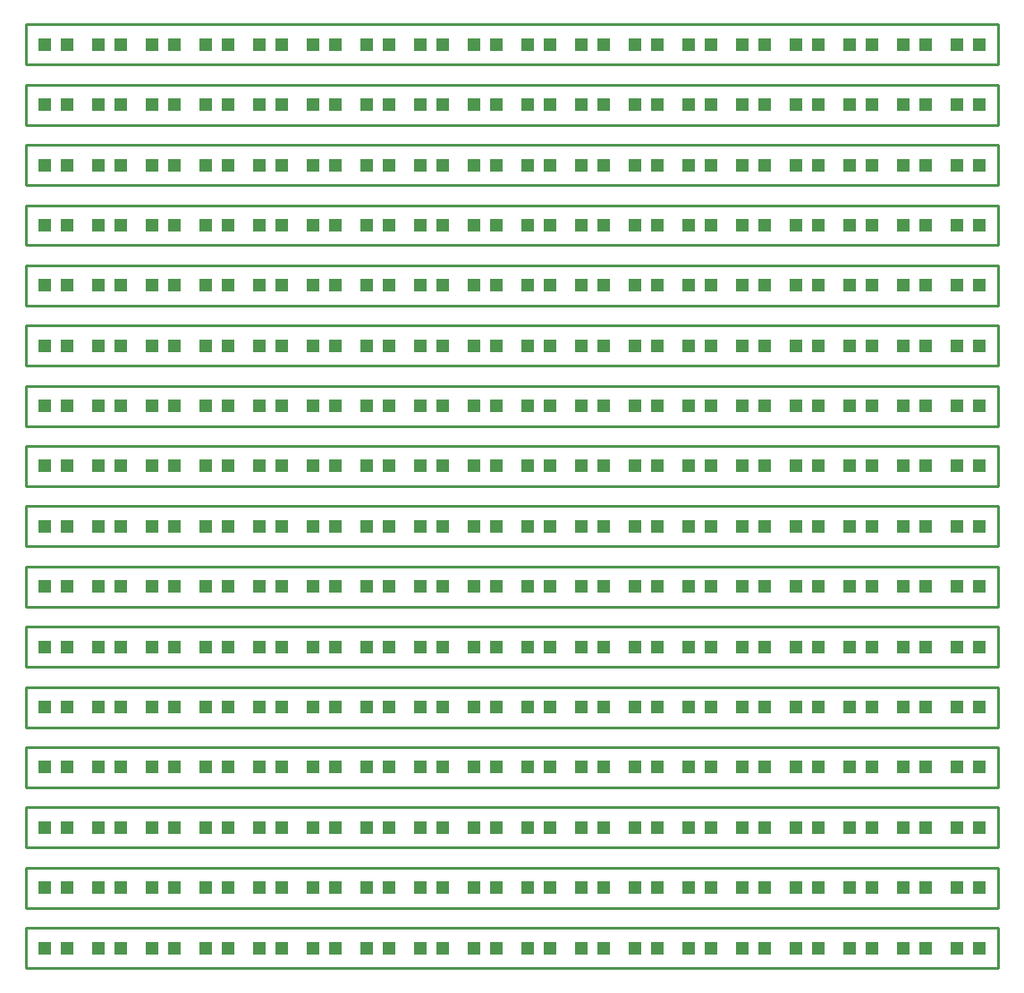
<source format=gtp>
G75*
G70*
%OFA0B0*%
%FSLAX25Y25*%
%IPPOS*%
%LPD*%
%AMOC8*
5,1,8,0,0,1.08239X$1,22.5*
%
%ADD11C,0.01000*%
%ADD18R,0.04720X0.04720*%
X0010000Y0010000D02*
G75*
%LPD*%
D11*
X0010000Y0010000D02*
X0010000Y0024960D01*
X0372500Y0024960D01*
X0372500Y0010000D01*
X0010000Y0010000D01*
D18*
X0017120Y0017500D03*
X0025380Y0017500D03*
X0037120Y0017500D03*
X0045380Y0017500D03*
X0057120Y0017500D03*
X0065380Y0017500D03*
X0077120Y0017500D03*
X0085380Y0017500D03*
X0097120Y0017500D03*
X0105380Y0017500D03*
X0117120Y0017500D03*
X0125380Y0017500D03*
X0137120Y0017500D03*
X0145380Y0017500D03*
X0157120Y0017500D03*
X0165380Y0017500D03*
X0177120Y0017500D03*
X0185380Y0017500D03*
X0197120Y0017500D03*
X0205380Y0017500D03*
X0217120Y0017500D03*
X0225380Y0017500D03*
X0237120Y0017500D03*
X0245380Y0017500D03*
X0257120Y0017500D03*
X0265380Y0017500D03*
X0277120Y0017500D03*
X0285380Y0017500D03*
X0297120Y0017500D03*
X0305380Y0017500D03*
X0317120Y0017500D03*
X0325380Y0017500D03*
X0337120Y0017500D03*
X0345380Y0017500D03*
X0357120Y0017500D03*
X0365380Y0017500D03*
X0010000Y0032460D02*
G75*
%LPD*%
D11*
X0010000Y0032460D02*
X0010000Y0047420D01*
X0372500Y0047420D01*
X0372500Y0032460D01*
X0010000Y0032460D01*
D18*
X0017120Y0039960D03*
X0025380Y0039960D03*
X0037120Y0039960D03*
X0045380Y0039960D03*
X0057120Y0039960D03*
X0065380Y0039960D03*
X0077120Y0039960D03*
X0085380Y0039960D03*
X0097120Y0039960D03*
X0105380Y0039960D03*
X0117120Y0039960D03*
X0125380Y0039960D03*
X0137120Y0039960D03*
X0145380Y0039960D03*
X0157120Y0039960D03*
X0165380Y0039960D03*
X0177120Y0039960D03*
X0185380Y0039960D03*
X0197120Y0039960D03*
X0205380Y0039960D03*
X0217120Y0039960D03*
X0225380Y0039960D03*
X0237120Y0039960D03*
X0245380Y0039960D03*
X0257120Y0039960D03*
X0265380Y0039960D03*
X0277120Y0039960D03*
X0285380Y0039960D03*
X0297120Y0039960D03*
X0305380Y0039960D03*
X0317120Y0039960D03*
X0325380Y0039960D03*
X0337120Y0039960D03*
X0345380Y0039960D03*
X0357120Y0039960D03*
X0365380Y0039960D03*
X0010000Y0054920D02*
G75*
%LPD*%
D11*
X0010000Y0054920D02*
X0010000Y0069880D01*
X0372500Y0069880D01*
X0372500Y0054920D01*
X0010000Y0054920D01*
D18*
X0017120Y0062420D03*
X0025380Y0062420D03*
X0037120Y0062420D03*
X0045380Y0062420D03*
X0057120Y0062420D03*
X0065380Y0062420D03*
X0077120Y0062420D03*
X0085380Y0062420D03*
X0097120Y0062420D03*
X0105380Y0062420D03*
X0117120Y0062420D03*
X0125380Y0062420D03*
X0137120Y0062420D03*
X0145380Y0062420D03*
X0157120Y0062420D03*
X0165380Y0062420D03*
X0177120Y0062420D03*
X0185380Y0062420D03*
X0197120Y0062420D03*
X0205380Y0062420D03*
X0217120Y0062420D03*
X0225380Y0062420D03*
X0237120Y0062420D03*
X0245380Y0062420D03*
X0257120Y0062420D03*
X0265380Y0062420D03*
X0277120Y0062420D03*
X0285380Y0062420D03*
X0297120Y0062420D03*
X0305380Y0062420D03*
X0317120Y0062420D03*
X0325380Y0062420D03*
X0337120Y0062420D03*
X0345380Y0062420D03*
X0357120Y0062420D03*
X0365380Y0062420D03*
X0010000Y0077380D02*
G75*
%LPD*%
D11*
X0010000Y0077380D02*
X0010000Y0092340D01*
X0372500Y0092340D01*
X0372500Y0077380D01*
X0010000Y0077380D01*
D18*
X0017120Y0084880D03*
X0025380Y0084880D03*
X0037120Y0084880D03*
X0045380Y0084880D03*
X0057120Y0084880D03*
X0065380Y0084880D03*
X0077120Y0084880D03*
X0085380Y0084880D03*
X0097120Y0084880D03*
X0105380Y0084880D03*
X0117120Y0084880D03*
X0125380Y0084880D03*
X0137120Y0084880D03*
X0145380Y0084880D03*
X0157120Y0084880D03*
X0165380Y0084880D03*
X0177120Y0084880D03*
X0185380Y0084880D03*
X0197120Y0084880D03*
X0205380Y0084880D03*
X0217120Y0084880D03*
X0225380Y0084880D03*
X0237120Y0084880D03*
X0245380Y0084880D03*
X0257120Y0084880D03*
X0265380Y0084880D03*
X0277120Y0084880D03*
X0285380Y0084880D03*
X0297120Y0084880D03*
X0305380Y0084880D03*
X0317120Y0084880D03*
X0325380Y0084880D03*
X0337120Y0084880D03*
X0345380Y0084880D03*
X0357120Y0084880D03*
X0365380Y0084880D03*
X0010000Y0099840D02*
G75*
%LPD*%
D11*
X0010000Y0099840D02*
X0010000Y0114800D01*
X0372500Y0114800D01*
X0372500Y0099840D01*
X0010000Y0099840D01*
D18*
X0017120Y0107340D03*
X0025380Y0107340D03*
X0037120Y0107340D03*
X0045380Y0107340D03*
X0057120Y0107340D03*
X0065380Y0107340D03*
X0077120Y0107340D03*
X0085380Y0107340D03*
X0097120Y0107340D03*
X0105380Y0107340D03*
X0117120Y0107340D03*
X0125380Y0107340D03*
X0137120Y0107340D03*
X0145380Y0107340D03*
X0157120Y0107340D03*
X0165380Y0107340D03*
X0177120Y0107340D03*
X0185380Y0107340D03*
X0197120Y0107340D03*
X0205380Y0107340D03*
X0217120Y0107340D03*
X0225380Y0107340D03*
X0237120Y0107340D03*
X0245380Y0107340D03*
X0257120Y0107340D03*
X0265380Y0107340D03*
X0277120Y0107340D03*
X0285380Y0107340D03*
X0297120Y0107340D03*
X0305380Y0107340D03*
X0317120Y0107340D03*
X0325380Y0107340D03*
X0337120Y0107340D03*
X0345380Y0107340D03*
X0357120Y0107340D03*
X0365380Y0107340D03*
X0010000Y0122300D02*
G75*
%LPD*%
D11*
X0010000Y0122300D02*
X0010000Y0137260D01*
X0372500Y0137260D01*
X0372500Y0122300D01*
X0010000Y0122300D01*
D18*
X0017120Y0129800D03*
X0025380Y0129800D03*
X0037120Y0129800D03*
X0045380Y0129800D03*
X0057120Y0129800D03*
X0065380Y0129800D03*
X0077120Y0129800D03*
X0085380Y0129800D03*
X0097120Y0129800D03*
X0105380Y0129800D03*
X0117120Y0129800D03*
X0125380Y0129800D03*
X0137120Y0129800D03*
X0145380Y0129800D03*
X0157120Y0129800D03*
X0165380Y0129800D03*
X0177120Y0129800D03*
X0185380Y0129800D03*
X0197120Y0129800D03*
X0205380Y0129800D03*
X0217120Y0129800D03*
X0225380Y0129800D03*
X0237120Y0129800D03*
X0245380Y0129800D03*
X0257120Y0129800D03*
X0265380Y0129800D03*
X0277120Y0129800D03*
X0285380Y0129800D03*
X0297120Y0129800D03*
X0305380Y0129800D03*
X0317120Y0129800D03*
X0325380Y0129800D03*
X0337120Y0129800D03*
X0345380Y0129800D03*
X0357120Y0129800D03*
X0365380Y0129800D03*
X0010000Y0144760D02*
G75*
%LPD*%
D11*
X0010000Y0144760D02*
X0010000Y0159720D01*
X0372500Y0159720D01*
X0372500Y0144760D01*
X0010000Y0144760D01*
D18*
X0017120Y0152260D03*
X0025380Y0152260D03*
X0037120Y0152260D03*
X0045380Y0152260D03*
X0057120Y0152260D03*
X0065380Y0152260D03*
X0077120Y0152260D03*
X0085380Y0152260D03*
X0097120Y0152260D03*
X0105380Y0152260D03*
X0117120Y0152260D03*
X0125380Y0152260D03*
X0137120Y0152260D03*
X0145380Y0152260D03*
X0157120Y0152260D03*
X0165380Y0152260D03*
X0177120Y0152260D03*
X0185380Y0152260D03*
X0197120Y0152260D03*
X0205380Y0152260D03*
X0217120Y0152260D03*
X0225380Y0152260D03*
X0237120Y0152260D03*
X0245380Y0152260D03*
X0257120Y0152260D03*
X0265380Y0152260D03*
X0277120Y0152260D03*
X0285380Y0152260D03*
X0297120Y0152260D03*
X0305380Y0152260D03*
X0317120Y0152260D03*
X0325380Y0152260D03*
X0337120Y0152260D03*
X0345380Y0152260D03*
X0357120Y0152260D03*
X0365380Y0152260D03*
X0010000Y0167220D02*
G75*
%LPD*%
D11*
X0010000Y0167220D02*
X0010000Y0182180D01*
X0372500Y0182180D01*
X0372500Y0167220D01*
X0010000Y0167220D01*
D18*
X0017120Y0174720D03*
X0025380Y0174720D03*
X0037120Y0174720D03*
X0045380Y0174720D03*
X0057120Y0174720D03*
X0065380Y0174720D03*
X0077120Y0174720D03*
X0085380Y0174720D03*
X0097120Y0174720D03*
X0105380Y0174720D03*
X0117120Y0174720D03*
X0125380Y0174720D03*
X0137120Y0174720D03*
X0145380Y0174720D03*
X0157120Y0174720D03*
X0165380Y0174720D03*
X0177120Y0174720D03*
X0185380Y0174720D03*
X0197120Y0174720D03*
X0205380Y0174720D03*
X0217120Y0174720D03*
X0225380Y0174720D03*
X0237120Y0174720D03*
X0245380Y0174720D03*
X0257120Y0174720D03*
X0265380Y0174720D03*
X0277120Y0174720D03*
X0285380Y0174720D03*
X0297120Y0174720D03*
X0305380Y0174720D03*
X0317120Y0174720D03*
X0325380Y0174720D03*
X0337120Y0174720D03*
X0345380Y0174720D03*
X0357120Y0174720D03*
X0365380Y0174720D03*
X0010000Y0189680D02*
G75*
%LPD*%
D11*
X0010000Y0189680D02*
X0010000Y0204640D01*
X0372500Y0204640D01*
X0372500Y0189680D01*
X0010000Y0189680D01*
D18*
X0017120Y0197180D03*
X0025380Y0197180D03*
X0037120Y0197180D03*
X0045380Y0197180D03*
X0057120Y0197180D03*
X0065380Y0197180D03*
X0077120Y0197180D03*
X0085380Y0197180D03*
X0097120Y0197180D03*
X0105380Y0197180D03*
X0117120Y0197180D03*
X0125380Y0197180D03*
X0137120Y0197180D03*
X0145380Y0197180D03*
X0157120Y0197180D03*
X0165380Y0197180D03*
X0177120Y0197180D03*
X0185380Y0197180D03*
X0197120Y0197180D03*
X0205380Y0197180D03*
X0217120Y0197180D03*
X0225380Y0197180D03*
X0237120Y0197180D03*
X0245380Y0197180D03*
X0257120Y0197180D03*
X0265380Y0197180D03*
X0277120Y0197180D03*
X0285380Y0197180D03*
X0297120Y0197180D03*
X0305380Y0197180D03*
X0317120Y0197180D03*
X0325380Y0197180D03*
X0337120Y0197180D03*
X0345380Y0197180D03*
X0357120Y0197180D03*
X0365380Y0197180D03*
X0010000Y0212140D02*
G75*
%LPD*%
D11*
X0010000Y0212140D02*
X0010000Y0227100D01*
X0372500Y0227100D01*
X0372500Y0212140D01*
X0010000Y0212140D01*
D18*
X0017120Y0219640D03*
X0025380Y0219640D03*
X0037120Y0219640D03*
X0045380Y0219640D03*
X0057120Y0219640D03*
X0065380Y0219640D03*
X0077120Y0219640D03*
X0085380Y0219640D03*
X0097120Y0219640D03*
X0105380Y0219640D03*
X0117120Y0219640D03*
X0125380Y0219640D03*
X0137120Y0219640D03*
X0145380Y0219640D03*
X0157120Y0219640D03*
X0165380Y0219640D03*
X0177120Y0219640D03*
X0185380Y0219640D03*
X0197120Y0219640D03*
X0205380Y0219640D03*
X0217120Y0219640D03*
X0225380Y0219640D03*
X0237120Y0219640D03*
X0245380Y0219640D03*
X0257120Y0219640D03*
X0265380Y0219640D03*
X0277120Y0219640D03*
X0285380Y0219640D03*
X0297120Y0219640D03*
X0305380Y0219640D03*
X0317120Y0219640D03*
X0325380Y0219640D03*
X0337120Y0219640D03*
X0345380Y0219640D03*
X0357120Y0219640D03*
X0365380Y0219640D03*
X0010000Y0234600D02*
G75*
%LPD*%
D11*
X0010000Y0234600D02*
X0010000Y0249560D01*
X0372500Y0249560D01*
X0372500Y0234600D01*
X0010000Y0234600D01*
D18*
X0017120Y0242100D03*
X0025380Y0242100D03*
X0037120Y0242100D03*
X0045380Y0242100D03*
X0057120Y0242100D03*
X0065380Y0242100D03*
X0077120Y0242100D03*
X0085380Y0242100D03*
X0097120Y0242100D03*
X0105380Y0242100D03*
X0117120Y0242100D03*
X0125380Y0242100D03*
X0137120Y0242100D03*
X0145380Y0242100D03*
X0157120Y0242100D03*
X0165380Y0242100D03*
X0177120Y0242100D03*
X0185380Y0242100D03*
X0197120Y0242100D03*
X0205380Y0242100D03*
X0217120Y0242100D03*
X0225380Y0242100D03*
X0237120Y0242100D03*
X0245380Y0242100D03*
X0257120Y0242100D03*
X0265380Y0242100D03*
X0277120Y0242100D03*
X0285380Y0242100D03*
X0297120Y0242100D03*
X0305380Y0242100D03*
X0317120Y0242100D03*
X0325380Y0242100D03*
X0337120Y0242100D03*
X0345380Y0242100D03*
X0357120Y0242100D03*
X0365380Y0242100D03*
X0010000Y0257060D02*
G75*
%LPD*%
D11*
X0010000Y0257060D02*
X0010000Y0272020D01*
X0372500Y0272020D01*
X0372500Y0257060D01*
X0010000Y0257060D01*
D18*
X0017120Y0264560D03*
X0025380Y0264560D03*
X0037120Y0264560D03*
X0045380Y0264560D03*
X0057120Y0264560D03*
X0065380Y0264560D03*
X0077120Y0264560D03*
X0085380Y0264560D03*
X0097120Y0264560D03*
X0105380Y0264560D03*
X0117120Y0264560D03*
X0125380Y0264560D03*
X0137120Y0264560D03*
X0145380Y0264560D03*
X0157120Y0264560D03*
X0165380Y0264560D03*
X0177120Y0264560D03*
X0185380Y0264560D03*
X0197120Y0264560D03*
X0205380Y0264560D03*
X0217120Y0264560D03*
X0225380Y0264560D03*
X0237120Y0264560D03*
X0245380Y0264560D03*
X0257120Y0264560D03*
X0265380Y0264560D03*
X0277120Y0264560D03*
X0285380Y0264560D03*
X0297120Y0264560D03*
X0305380Y0264560D03*
X0317120Y0264560D03*
X0325380Y0264560D03*
X0337120Y0264560D03*
X0345380Y0264560D03*
X0357120Y0264560D03*
X0365380Y0264560D03*
X0010000Y0279520D02*
G75*
%LPD*%
D11*
X0010000Y0279520D02*
X0010000Y0294480D01*
X0372500Y0294480D01*
X0372500Y0279520D01*
X0010000Y0279520D01*
D18*
X0017120Y0287020D03*
X0025380Y0287020D03*
X0037120Y0287020D03*
X0045380Y0287020D03*
X0057120Y0287020D03*
X0065380Y0287020D03*
X0077120Y0287020D03*
X0085380Y0287020D03*
X0097120Y0287020D03*
X0105380Y0287020D03*
X0117120Y0287020D03*
X0125380Y0287020D03*
X0137120Y0287020D03*
X0145380Y0287020D03*
X0157120Y0287020D03*
X0165380Y0287020D03*
X0177120Y0287020D03*
X0185380Y0287020D03*
X0197120Y0287020D03*
X0205380Y0287020D03*
X0217120Y0287020D03*
X0225380Y0287020D03*
X0237120Y0287020D03*
X0245380Y0287020D03*
X0257120Y0287020D03*
X0265380Y0287020D03*
X0277120Y0287020D03*
X0285380Y0287020D03*
X0297120Y0287020D03*
X0305380Y0287020D03*
X0317120Y0287020D03*
X0325380Y0287020D03*
X0337120Y0287020D03*
X0345380Y0287020D03*
X0357120Y0287020D03*
X0365380Y0287020D03*
X0010000Y0301980D02*
G75*
%LPD*%
D11*
X0010000Y0301980D02*
X0010000Y0316940D01*
X0372500Y0316940D01*
X0372500Y0301980D01*
X0010000Y0301980D01*
D18*
X0017120Y0309480D03*
X0025380Y0309480D03*
X0037120Y0309480D03*
X0045380Y0309480D03*
X0057120Y0309480D03*
X0065380Y0309480D03*
X0077120Y0309480D03*
X0085380Y0309480D03*
X0097120Y0309480D03*
X0105380Y0309480D03*
X0117120Y0309480D03*
X0125380Y0309480D03*
X0137120Y0309480D03*
X0145380Y0309480D03*
X0157120Y0309480D03*
X0165380Y0309480D03*
X0177120Y0309480D03*
X0185380Y0309480D03*
X0197120Y0309480D03*
X0205380Y0309480D03*
X0217120Y0309480D03*
X0225380Y0309480D03*
X0237120Y0309480D03*
X0245380Y0309480D03*
X0257120Y0309480D03*
X0265380Y0309480D03*
X0277120Y0309480D03*
X0285380Y0309480D03*
X0297120Y0309480D03*
X0305380Y0309480D03*
X0317120Y0309480D03*
X0325380Y0309480D03*
X0337120Y0309480D03*
X0345380Y0309480D03*
X0357120Y0309480D03*
X0365380Y0309480D03*
X0010000Y0324440D02*
G75*
%LPD*%
D11*
X0010000Y0324440D02*
X0010000Y0339400D01*
X0372500Y0339400D01*
X0372500Y0324440D01*
X0010000Y0324440D01*
D18*
X0017120Y0331940D03*
X0025380Y0331940D03*
X0037120Y0331940D03*
X0045380Y0331940D03*
X0057120Y0331940D03*
X0065380Y0331940D03*
X0077120Y0331940D03*
X0085380Y0331940D03*
X0097120Y0331940D03*
X0105380Y0331940D03*
X0117120Y0331940D03*
X0125380Y0331940D03*
X0137120Y0331940D03*
X0145380Y0331940D03*
X0157120Y0331940D03*
X0165380Y0331940D03*
X0177120Y0331940D03*
X0185380Y0331940D03*
X0197120Y0331940D03*
X0205380Y0331940D03*
X0217120Y0331940D03*
X0225380Y0331940D03*
X0237120Y0331940D03*
X0245380Y0331940D03*
X0257120Y0331940D03*
X0265380Y0331940D03*
X0277120Y0331940D03*
X0285380Y0331940D03*
X0297120Y0331940D03*
X0305380Y0331940D03*
X0317120Y0331940D03*
X0325380Y0331940D03*
X0337120Y0331940D03*
X0345380Y0331940D03*
X0357120Y0331940D03*
X0365380Y0331940D03*
X0010000Y0346900D02*
G75*
%LPD*%
D11*
X0010000Y0346900D02*
X0010000Y0361860D01*
X0372500Y0361860D01*
X0372500Y0346900D01*
X0010000Y0346900D01*
D18*
X0017120Y0354400D03*
X0025380Y0354400D03*
X0037120Y0354400D03*
X0045380Y0354400D03*
X0057120Y0354400D03*
X0065380Y0354400D03*
X0077120Y0354400D03*
X0085380Y0354400D03*
X0097120Y0354400D03*
X0105380Y0354400D03*
X0117120Y0354400D03*
X0125380Y0354400D03*
X0137120Y0354400D03*
X0145380Y0354400D03*
X0157120Y0354400D03*
X0165380Y0354400D03*
X0177120Y0354400D03*
X0185380Y0354400D03*
X0197120Y0354400D03*
X0205380Y0354400D03*
X0217120Y0354400D03*
X0225380Y0354400D03*
X0237120Y0354400D03*
X0245380Y0354400D03*
X0257120Y0354400D03*
X0265380Y0354400D03*
X0277120Y0354400D03*
X0285380Y0354400D03*
X0297120Y0354400D03*
X0305380Y0354400D03*
X0317120Y0354400D03*
X0325380Y0354400D03*
X0337120Y0354400D03*
X0345380Y0354400D03*
X0357120Y0354400D03*
X0365380Y0354400D03*
M02*

</source>
